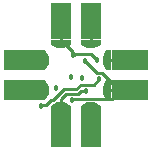
<source format=gbl>
G04 DipTrace 2.4.0.2*
%INDRV2605L.gbl*%
%MOMM*%
%ADD13C,0.254*%
%ADD20R,1.6X1.7*%
%ADD22R,2.032X1.7*%
%ADD24R,1.7X1.6*%
%ADD25R,1.7X2.032*%
%ADD29C,0.457*%
%FSLAX53Y53*%
G04*
G71*
G90*
G75*
G01*
%LNBottom*%
%LPD*%
X17079Y14742D2*
D13*
X16626Y14288D1*
X15500D1*
X15149Y13938D1*
X14105D1*
X13178Y13010D1*
X13004D1*
X12604Y12610D1*
X12159D1*
Y12519D1*
X17079Y14742D2*
D3*
X18890Y16350D2*
X17728D1*
X12435D2*
X11270D1*
X10000D1*
X15928Y13721D2*
X15537D1*
X15323Y13507D1*
X14267D1*
X13805Y13046D1*
Y11275D1*
X13810Y11270D1*
Y12433D1*
X16350Y11270D2*
Y12433D1*
X18890Y13810D2*
X18783D1*
X17346Y15247D1*
X16920D1*
X15910Y16257D1*
X14741Y13001D2*
Y13058D1*
X18138D1*
X18890Y13810D1*
X17725D1*
X14881Y16826D2*
X14981D1*
X15058Y16903D1*
X16370D1*
X16869Y16404D1*
X16905D1*
X14881Y16826D2*
Y17053D1*
X13850Y18084D1*
Y18850D1*
X13810Y18890D1*
Y17728D1*
X16350Y18890D2*
Y17725D1*
X14709Y15003D2*
Y14921D1*
X10000Y13810D2*
X11270D1*
X12433D1*
D29*
X12159Y12519D3*
X16905Y16404D3*
X14741Y13001D3*
X15661Y14890D3*
X14709Y14921D3*
X17079Y14742D3*
X15910Y16257D3*
X15928Y13721D3*
X14881Y16826D3*
X13458Y14038D3*
D20*
X18890Y13810D3*
Y16350D3*
D22*
X20160Y13810D3*
Y16350D3*
G36*
X17630Y17200D2*
X18095D1*
Y15500D1*
X17630D1*
X17360Y16025D1*
Y16675D1*
X17630Y17200D1*
G37*
G36*
Y14660D2*
X18090D1*
Y12960D1*
X17630D1*
X17360Y13485D1*
Y14135D1*
X17630Y14660D1*
G37*
D24*
X16350Y18890D3*
X13810D3*
D25*
X16350Y20160D3*
X13810D3*
G36*
X12960Y17630D2*
Y18095D1*
X14660D1*
Y17630D1*
X14135Y17360D1*
X13485D1*
X12960Y17630D1*
G37*
G36*
X15500D2*
Y18090D1*
X17200D1*
Y17630D1*
X16675Y17360D1*
X16025D1*
X15500Y17630D1*
G37*
D24*
X16350Y11270D3*
X13810D3*
G36*
X14660Y12530D2*
Y12065D1*
X12960D1*
Y12530D1*
X13485Y12800D1*
X14135D1*
X14660Y12530D1*
G37*
G36*
X17200D2*
Y12065D1*
X15500D1*
Y12530D1*
X16025Y12800D1*
X16675D1*
X17200Y12530D1*
G37*
D25*
X16350Y10000D3*
X13810D3*
D20*
X11270Y16350D3*
Y13810D3*
D22*
X10000Y16350D3*
Y13810D3*
G36*
X12530Y12960D2*
X12065D1*
Y14660D1*
X12530D1*
X12800Y14135D1*
Y13485D1*
X12530Y12960D1*
G37*
G36*
Y15500D2*
X12070D1*
Y17200D1*
X12530D1*
X12800Y16675D1*
Y16025D1*
X12530Y15500D1*
G37*
M02*

</source>
